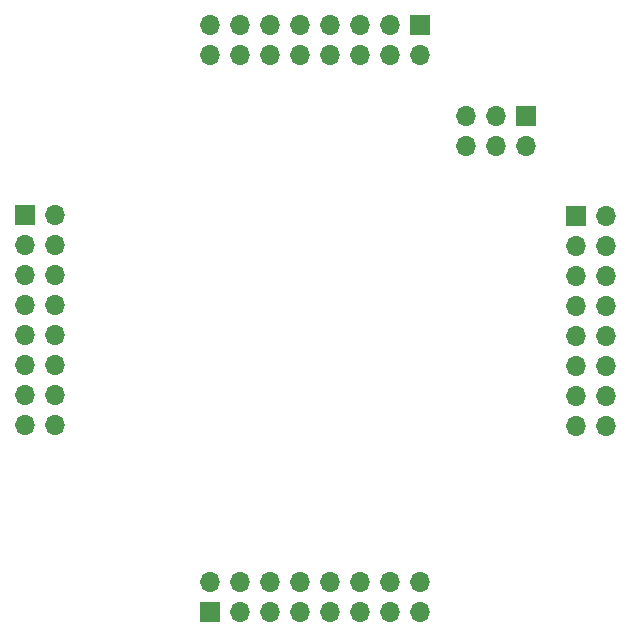
<source format=gbr>
%TF.GenerationSoftware,KiCad,Pcbnew,6.0.11+dfsg-1~bpo11+1*%
%TF.CreationDate,2023-04-06T13:49:23+02:00*%
%TF.ProjectId,dvert_11,64766572-745f-4313-912e-6b696361645f,1.1*%
%TF.SameCoordinates,Original*%
%TF.FileFunction,Soldermask,Bot*%
%TF.FilePolarity,Negative*%
%FSLAX46Y46*%
G04 Gerber Fmt 4.6, Leading zero omitted, Abs format (unit mm)*
G04 Created by KiCad (PCBNEW 6.0.11+dfsg-1~bpo11+1) date 2023-04-06 13:49:23*
%MOMM*%
%LPD*%
G01*
G04 APERTURE LIST*
%ADD10R,1.700000X1.700000*%
%ADD11O,1.700000X1.700000*%
G04 APERTURE END LIST*
D10*
%TO.C,J3*%
X169072500Y-91865000D03*
D11*
X171612500Y-91865000D03*
X169072500Y-94405000D03*
X171612500Y-94405000D03*
X169072500Y-96945000D03*
X171612500Y-96945000D03*
X169072500Y-99485000D03*
X171612500Y-99485000D03*
X169072500Y-102025000D03*
X171612500Y-102025000D03*
X169072500Y-104565000D03*
X171612500Y-104565000D03*
X169072500Y-107105000D03*
X171612500Y-107105000D03*
X169072500Y-109645000D03*
X171612500Y-109645000D03*
%TD*%
D10*
%TO.C,J4*%
X122417500Y-91820000D03*
D11*
X124957500Y-91820000D03*
X122417500Y-94360000D03*
X124957500Y-94360000D03*
X122417500Y-96900000D03*
X124957500Y-96900000D03*
X122417500Y-99440000D03*
X124957500Y-99440000D03*
X122417500Y-101980000D03*
X124957500Y-101980000D03*
X122417500Y-104520000D03*
X124957500Y-104520000D03*
X122417500Y-107060000D03*
X124957500Y-107060000D03*
X122417500Y-109600000D03*
X124957500Y-109600000D03*
%TD*%
D10*
%TO.C,J5*%
X164825000Y-83385000D03*
D11*
X164825000Y-85925000D03*
X162285000Y-83385000D03*
X162285000Y-85925000D03*
X159745000Y-83385000D03*
X159745000Y-85925000D03*
%TD*%
D10*
%TO.C,J1*%
X155852500Y-75730000D03*
D11*
X155852500Y-78270000D03*
X153312500Y-75730000D03*
X153312500Y-78270000D03*
X150772500Y-75730000D03*
X150772500Y-78270000D03*
X148232500Y-75730000D03*
X148232500Y-78270000D03*
X145692500Y-75730000D03*
X145692500Y-78270000D03*
X143152500Y-75730000D03*
X143152500Y-78270000D03*
X140612500Y-75730000D03*
X140612500Y-78270000D03*
X138072500Y-75730000D03*
X138072500Y-78270000D03*
%TD*%
D10*
%TO.C,J2*%
X138072500Y-125395000D03*
D11*
X138072500Y-122855000D03*
X140612500Y-125395000D03*
X140612500Y-122855000D03*
X143152500Y-125395000D03*
X143152500Y-122855000D03*
X145692500Y-125395000D03*
X145692500Y-122855000D03*
X148232500Y-125395000D03*
X148232500Y-122855000D03*
X150772500Y-125395000D03*
X150772500Y-122855000D03*
X153312500Y-125395000D03*
X153312500Y-122855000D03*
X155852500Y-125395000D03*
X155852500Y-122855000D03*
%TD*%
M02*

</source>
